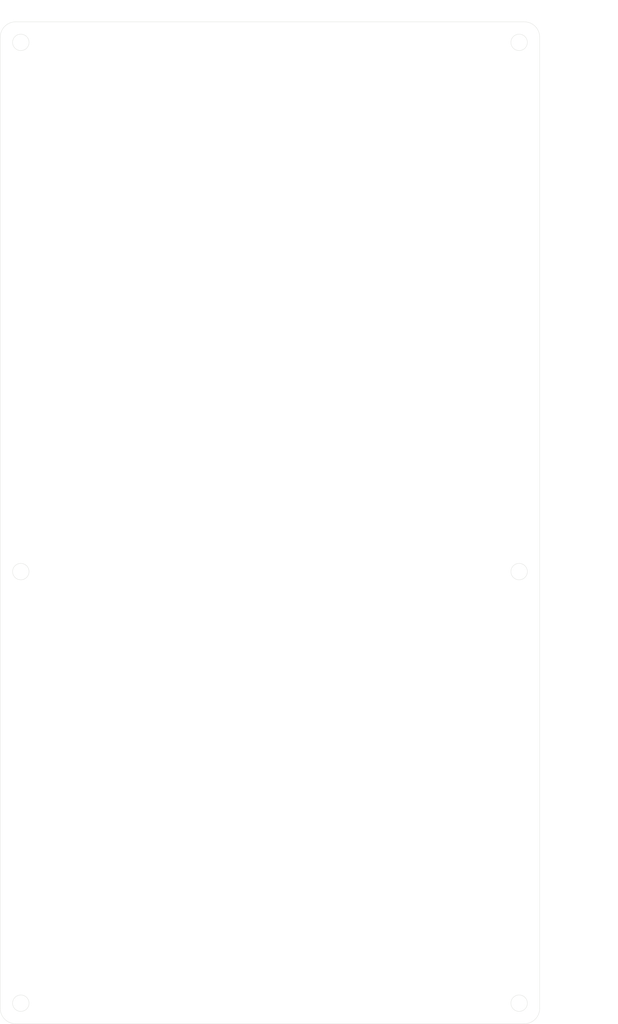
<source format=kicad_pcb>
(kicad_pcb
	(version 20240108)
	(generator "pcbnew")
	(generator_version "8.0")
	(general
		(thickness 1.6)
		(legacy_teardrops no)
	)
	(paper "A4" portrait)
	(layers
		(0 "F.Cu" signal)
		(31 "B.Cu" signal)
		(32 "B.Adhes" user "B.Adhesive")
		(33 "F.Adhes" user "F.Adhesive")
		(34 "B.Paste" user)
		(35 "F.Paste" user)
		(36 "B.SilkS" user "B.Silkscreen")
		(37 "F.SilkS" user "F.Silkscreen")
		(38 "B.Mask" user)
		(39 "F.Mask" user)
		(40 "Dwgs.User" user "User.Drawings")
		(41 "Cmts.User" user "User.Comments")
		(42 "Eco1.User" user "User.Eco1")
		(43 "Eco2.User" user "User.Eco2")
		(44 "Edge.Cuts" user)
		(45 "Margin" user)
		(46 "B.CrtYd" user "B.Courtyard")
		(47 "F.CrtYd" user "F.Courtyard")
		(48 "B.Fab" user)
		(49 "F.Fab" user)
		(50 "User.1" user)
		(51 "User.2" user)
		(52 "User.3" user)
		(53 "User.4" user)
		(54 "User.5" user)
		(55 "User.6" user)
		(56 "User.7" user)
		(57 "User.8" user)
		(58 "User.9" user)
	)
	(setup
		(stackup
			(layer "F.SilkS"
				(type "Top Silk Screen")
			)
			(layer "F.Paste"
				(type "Top Solder Paste")
			)
			(layer "F.Mask"
				(type "Top Solder Mask")
				(thickness 0.01)
			)
			(layer "F.Cu"
				(type "copper")
				(thickness 0.035)
			)
			(layer "dielectric 1"
				(type "core")
				(thickness 1.51)
				(material "FR4")
				(epsilon_r 4.5)
				(loss_tangent 0.02)
			)
			(layer "B.Cu"
				(type "copper")
				(thickness 0.035)
			)
			(layer "B.Mask"
				(type "Bottom Solder Mask")
				(thickness 0.01)
			)
			(layer "B.Paste"
				(type "Bottom Solder Paste")
			)
			(layer "B.SilkS"
				(type "Bottom Silk Screen")
			)
			(copper_finish "None")
			(dielectric_constraints no)
		)
		(pad_to_mask_clearance 0)
		(allow_soldermask_bridges_in_footprints no)
		(grid_origin 21.5 70.5)
		(pcbplotparams
			(layerselection 0x0001000_7ffffffe)
			(plot_on_all_layers_selection 0x0000000_00000000)
			(disableapertmacros no)
			(usegerberextensions no)
			(usegerberattributes yes)
			(usegerberadvancedattributes yes)
			(creategerberjobfile yes)
			(dashed_line_dash_ratio 12.000000)
			(dashed_line_gap_ratio 3.000000)
			(svgprecision 4)
			(plotframeref no)
			(viasonmask no)
			(mode 1)
			(useauxorigin no)
			(hpglpennumber 1)
			(hpglpenspeed 20)
			(hpglpendiameter 15.000000)
			(pdf_front_fp_property_popups yes)
			(pdf_back_fp_property_popups yes)
			(dxfpolygonmode no)
			(dxfimperialunits yes)
			(dxfusepcbnewfont no)
			(psnegative no)
			(psa4output no)
			(plotreference no)
			(plotvalue no)
			(plotfptext no)
			(plotinvisibletext no)
			(sketchpadsonfab no)
			(subtractmaskfromsilk no)
			(outputformat 3)
			(mirror no)
			(drillshape 0)
			(scaleselection 1)
			(outputdirectory "./")
		)
	)
	(net 0 "")
	(gr_circle
		(center 58 46)
		(end 59.6 46)
		(stroke
			(width 0.05)
			(type default)
		)
		(fill none)
		(layer "Edge.Cuts")
		(uuid "0fbcfb10-64cd-4a66-9850-f9035edef635")
	)
	(gr_line
		(start 54 234)
		(end 54 45)
		(stroke
			(width 0.05)
			(type default)
		)
		(layer "Edge.Cuts")
		(uuid "1bfde39a-b224-4550-a7f7-cd3589f9edcd")
	)
	(gr_circle
		(center 155 46)
		(end 156.6 46)
		(stroke
			(width 0.05)
			(type default)
		)
		(fill none)
		(layer "Edge.Cuts")
		(uuid "316b0e2a-5e98-4db8-bf4e-d9b13e9f422b")
	)
	(gr_arc
		(start 57 237)
		(mid 54.87868 236.12132)
		(end 54 234)
		(stroke
			(width 0.05)
			(type default)
		)
		(layer "Edge.Cuts")
		(uuid "3e1767cc-afb1-4e7d-8400-544645a6e91b")
	)
	(gr_arc
		(start 159 234)
		(mid 158.12132 236.12132)
		(end 156 237)
		(stroke
			(width 0.05)
			(type default)
		)
		(layer "Edge.Cuts")
		(uuid "676ff497-3db5-4784-94ca-da647408fa17")
	)
	(gr_line
		(start 156 237)
		(end 57 237)
		(stroke
			(width 0.05)
			(type default)
		)
		(layer "Edge.Cuts")
		(uuid "7b867d69-0c3a-4b22-b511-463d444d57e7")
	)
	(gr_circle
		(center 155 149)
		(end 156.6 149)
		(stroke
			(width 0.05)
			(type default)
		)
		(fill none)
		(layer "Edge.Cuts")
		(uuid "83f96d5e-a1fd-447c-87da-3bceec8e1fdf")
	)
	(gr_circle
		(center 155 233)
		(end 156.6 233)
		(stroke
			(width 0.05)
			(type default)
		)
		(fill none)
		(layer "Edge.Cuts")
		(uuid "93bc7d23-3f56-4fb1-b02c-7520f8fe586a")
	)
	(gr_line
		(start 159 45)
		(end 159 234)
		(stroke
			(width 0.05)
			(type default)
		)
		(layer "Edge.Cuts")
		(uuid "9a8d8b1c-6049-41fe-8a48-3dd913096c44")
	)
	(gr_arc
		(start 156 42)
		(mid 158.12132 42.87868)
		(end 159 45)
		(stroke
			(width 0.05)
			(type default)
		)
		(layer "Edge.Cuts")
		(uuid "9bddb102-2373-4029-bcb2-4bc808d83da9")
	)
	(gr_circle
		(center 58 149)
		(end 59.6 149)
		(stroke
			(width 0.05)
			(type default)
		)
		(fill none)
		(layer "Edge.Cuts")
		(uuid "b48b21a2-498f-4057-99d0-f66eb48f210c")
	)
	(gr_line
		(start 57 42)
		(end 156 42)
		(stroke
			(width 0.05)
			(type default)
		)
		(layer "Edge.Cuts")
		(uuid "bb99a5e1-75d8-47b3-a8b2-7cba585d5d23")
	)
	(gr_circle
		(center 58 233)
		(end 59.6 233)
		(stroke
			(width 0.05)
			(type default)
		)
		(fill none)
		(layer "Edge.Cuts")
		(uuid "bc82e40f-5491-4af3-b48a-b075f1c8b94d")
	)
	(gr_arc
		(start 54 45)
		(mid 54.87868 42.87868)
		(end 57 42)
		(stroke
			(width 0.05)
			(type default)
		)
		(layer "Edge.Cuts")
		(uuid "d8351c76-70fe-4d3e-bdba-30894d600c6d")
	)
	(dimension
		(type aligned)
		(layer "User.1")
		(uuid "be3272ae-cc27-40b6-8890-61785cce1311")
		(pts
			(xy 159 42) (xy 159 237)
		)
		(height -11)
		(gr_text "195.0000 mm"
			(at 168.85 139.5 90)
			(layer "User.1")
			(uuid "be3272ae-cc27-40b6-8890-61785cce1311")
			(effects
				(font
					(size 1 1)
					(thickness 0.15)
				)
			)
		)
		(format
			(prefix "")
			(suffix "")
			(units 3)
			(units_format 1)
			(precision 4)
		)
		(style
			(thickness 0.1)
			(arrow_length 1.27)
			(text_position_mode 0)
			(extension_height 0.58642)
			(extension_offset 0.5) keep_text_aligned)
	)
	(dimension
		(type aligned)
		(layer "User.1")
		(uuid "c5b20134-093d-419c-b1fa-fae649ffc35f")
		(pts
			(xy 54 42) (xy 159 42)
		)
		(height -2.25)
		(gr_text "105.0000 mm"
			(at 106.5 38.6 0)
			(layer "User.1")
			(uuid "c5b20134-093d-419c-b1fa-fae649ffc35f")
			(effects
				(font
					(size 1 1)
					(thickness 0.15)
				)
			)
		)
		(format
			(prefix "")
			(suffix "")
			(units 3)
			(units_format 1)
			(precision 4)
		)
		(style
			(thickness 0.1)
			(arrow_length 1.27)
			(text_position_mode 0)
			(extension_height 0.58642)
			(extension_offset 0.5) keep_text_aligned)
	)
)

</source>
